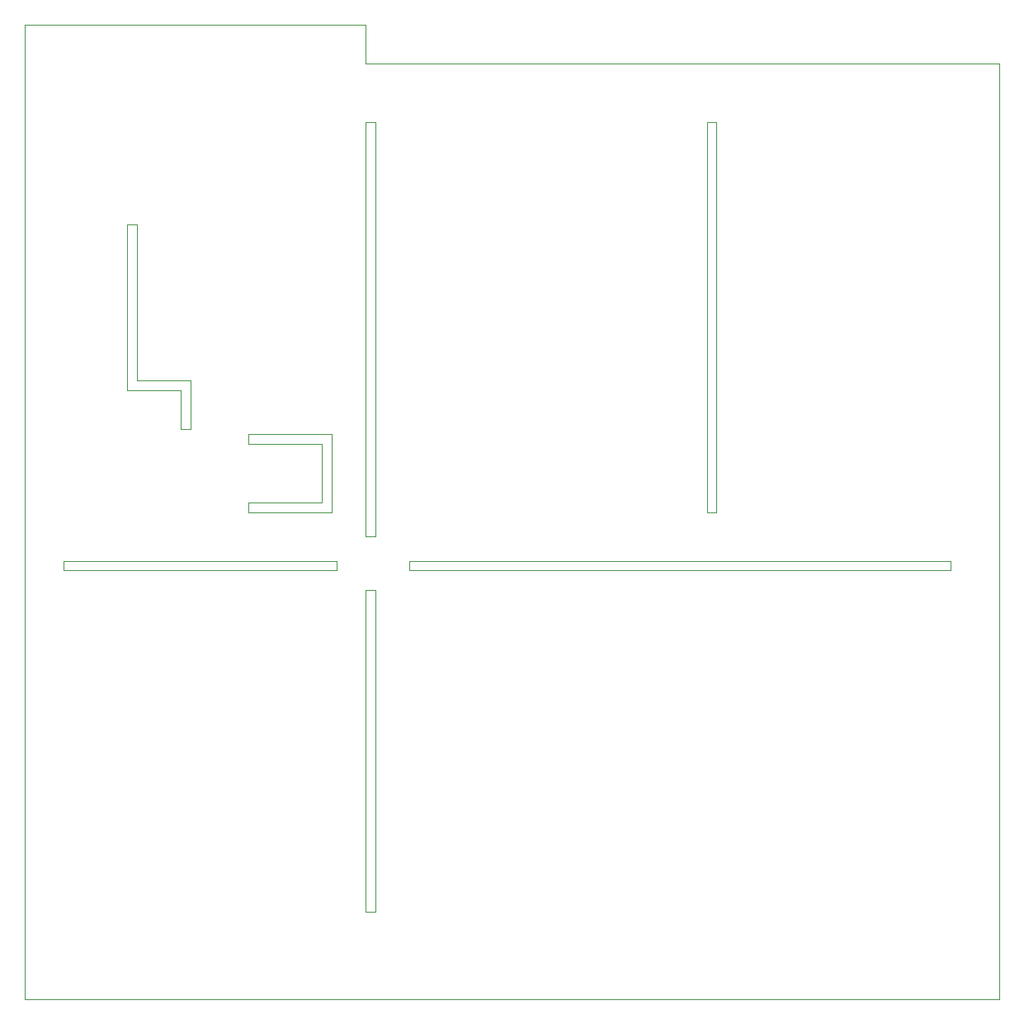
<source format=gm1>
G04 #@! TF.GenerationSoftware,KiCad,Pcbnew,8.0.6*
G04 #@! TF.CreationDate,2024-12-29T21:13:16+01:00*
G04 #@! TF.ProjectId,HomeAutomationESP32C2mini_2024_2,486f6d65-4175-4746-9f6d-6174696f6e45,rev?*
G04 #@! TF.SameCoordinates,Original*
G04 #@! TF.FileFunction,Profile,NP*
%FSLAX46Y46*%
G04 Gerber Fmt 4.6, Leading zero omitted, Abs format (unit mm)*
G04 Created by KiCad (PCBNEW 8.0.6) date 2024-12-29 21:13:16*
%MOMM*%
%LPD*%
G01*
G04 APERTURE LIST*
G04 #@! TA.AperFunction,Profile*
%ADD10C,0.050000*%
G04 #@! TD*
G04 APERTURE END LIST*
D10*
X120000000Y-100000000D02*
X121000000Y-100000000D01*
X82000000Y-105000000D02*
X82000000Y-106000000D01*
X85000000Y-102500000D02*
X86000000Y-102500000D01*
X89500000Y-106000000D02*
X89500000Y-105000000D01*
X85000000Y-108000000D02*
X86000000Y-108000000D01*
X73000000Y-93000000D02*
X73000000Y-92000000D01*
X73000000Y-100000000D02*
X73000000Y-99000000D01*
X121000000Y-60000000D02*
X120000000Y-60000000D01*
X67000000Y-86500000D02*
X67000000Y-91500000D01*
X81500000Y-92000000D02*
X81500000Y-100000000D01*
X61500000Y-86500000D02*
X67000000Y-86500000D01*
X60500000Y-87500000D02*
X60500000Y-70500000D01*
X86000000Y-141000000D02*
X86000000Y-108000000D01*
X82000000Y-106000000D02*
X54000000Y-106000000D01*
X66000000Y-87500000D02*
X60500000Y-87500000D01*
X89500000Y-106000000D02*
X145000000Y-106000000D01*
X150000000Y-150000000D02*
X56000000Y-150000000D01*
X54000000Y-105000000D02*
X82000000Y-105000000D01*
X80500000Y-93000000D02*
X73000000Y-93000000D01*
X121000000Y-100000000D02*
X121000000Y-60000000D01*
X54000000Y-106000000D02*
X54000000Y-105000000D01*
X120000000Y-60000000D02*
X120000000Y-100000000D01*
X50000000Y-150000000D02*
X50000000Y-143000000D01*
X86000000Y-60000000D02*
X86000000Y-102500000D01*
X85000000Y-141000000D02*
X86000000Y-141000000D01*
X50000000Y-50000000D02*
X85000000Y-50000000D01*
X73000000Y-99000000D02*
X80500000Y-99000000D01*
X145000000Y-106000000D02*
X145000000Y-105000000D01*
X60500000Y-70500000D02*
X61500000Y-70500000D01*
X61500000Y-70500000D02*
X61500000Y-86500000D01*
X50000000Y-143000000D02*
X50000000Y-50000000D01*
X56000000Y-150000000D02*
X50000000Y-150000000D01*
X85000000Y-60000000D02*
X86000000Y-60000000D01*
X67000000Y-91500000D02*
X66000000Y-91500000D01*
X81500000Y-100000000D02*
X73000000Y-100000000D01*
X85000000Y-54000000D02*
X150000000Y-54000000D01*
X121000000Y-105000000D02*
X145000000Y-105000000D01*
X80500000Y-99000000D02*
X80500000Y-93000000D01*
X85000000Y-108000000D02*
X85000000Y-141000000D01*
X150000000Y-54000000D02*
X150000000Y-150000000D01*
X121000000Y-105000000D02*
X89500000Y-105000000D01*
X85000000Y-50000000D02*
X85000000Y-54000000D01*
X73000000Y-92000000D02*
X81500000Y-92000000D01*
X66000000Y-91500000D02*
X66000000Y-87500000D01*
X85000000Y-102500000D02*
X85000000Y-60000000D01*
M02*

</source>
